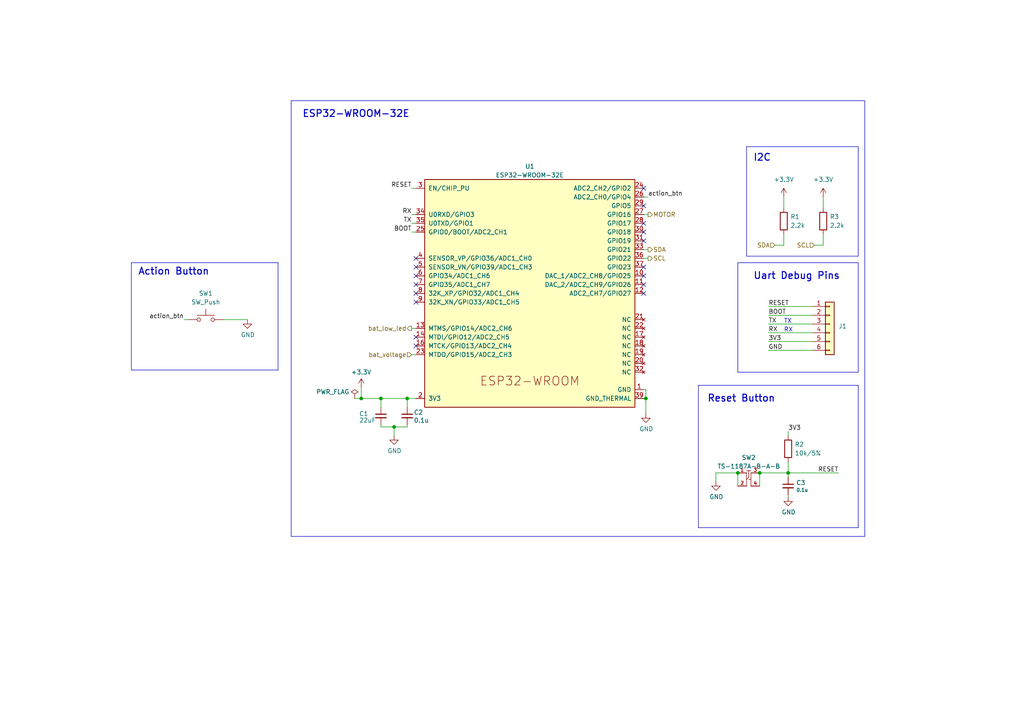
<source format=kicad_sch>
(kicad_sch (version 20230121) (generator eeschema)

  (uuid 1fa47478-381c-4a0f-acbe-a5a1ceab88b1)

  (paper "A4")

  (lib_symbols
    (symbol "0000:TS-1187A-B-A-B" (pin_names (offset 1.016)) (in_bom yes) (on_board yes)
      (property "Reference" "SW" (at -1.27 3.81 0)
        (effects (font (size 1.27 1.27)) (justify left bottom))
      )
      (property "Value" "TS-1187A-B-A-B" (at -9.525 -5.08 0)
        (effects (font (size 1.27 1.27)) (justify left top))
      )
      (property "Footprint" "0000:TS-1187A-B-A-B" (at 0.635 -8.89 0)
        (effects (font (size 1.27 1.27)) (justify bottom) hide)
      )
      (property "Datasheet" "" (at 0 1.27 0)
        (effects (font (size 1.27 1.27)) hide)
      )
      (symbol "TS-1187A-B-A-B_0_0"
        (pin passive line (at -3.175 1.27 0) (length 2.54)
          (name "" (effects (font (size 1.016 1.016))))
          (number "1" (effects (font (size 1.016 1.016))))
        )
        (pin passive line (at -3.175 -2.54 0) (length 2.54)
          (name "" (effects (font (size 1.016 1.016))))
          (number "2" (effects (font (size 1.016 1.016))))
        )
        (pin passive line (at 3.175 1.27 180) (length 2.54)
          (name "" (effects (font (size 1.016 1.016))))
          (number "3" (effects (font (size 1.016 1.016))))
        )
        (pin passive line (at 3.175 -2.54 180) (length 2.54)
          (name "" (effects (font (size 1.016 1.016))))
          (number "4" (effects (font (size 1.016 1.016))))
        )
      )
      (symbol "TS-1187A-B-A-B_0_1"
        (polyline
          (pts
            (xy -0.635 1.27)
            (xy -0.635 -2.54)
          )
          (stroke (width 0) (type default))
          (fill (type none))
        )
        (polyline
          (pts
            (xy -0.635 1.905)
            (xy 0.635 1.905)
          )
          (stroke (width 0) (type default))
          (fill (type none))
        )
        (polyline
          (pts
            (xy 0 0)
            (xy -0.635 -0.635)
          )
          (stroke (width 0) (type default))
          (fill (type none))
        )
        (polyline
          (pts
            (xy 0 0.635)
            (xy 0 0)
          )
          (stroke (width 0) (type default))
          (fill (type none))
        )
        (polyline
          (pts
            (xy 0 0.635)
            (xy 0 1.905)
          )
          (stroke (width 0) (type default))
          (fill (type none))
        )
        (polyline
          (pts
            (xy 0.635 -2.54)
            (xy 0.635 1.27)
          )
          (stroke (width 0) (type default))
          (fill (type none))
        )
        (polyline
          (pts
            (xy 0.635 -0.635)
            (xy 0 -0.635)
          )
          (stroke (width 0) (type default))
          (fill (type none))
        )
      )
    )
    (symbol "Connector_Generic:Conn_01x06" (pin_names (offset 1.016) hide) (in_bom yes) (on_board yes)
      (property "Reference" "J" (at 0 7.62 0)
        (effects (font (size 1.27 1.27)))
      )
      (property "Value" "Conn_01x06" (at 0 -10.16 0)
        (effects (font (size 1.27 1.27)))
      )
      (property "Footprint" "" (at 0 0 0)
        (effects (font (size 1.27 1.27)) hide)
      )
      (property "Datasheet" "~" (at 0 0 0)
        (effects (font (size 1.27 1.27)) hide)
      )
      (property "ki_keywords" "connector" (at 0 0 0)
        (effects (font (size 1.27 1.27)) hide)
      )
      (property "ki_description" "Generic connector, single row, 01x06, script generated (kicad-library-utils/schlib/autogen/connector/)" (at 0 0 0)
        (effects (font (size 1.27 1.27)) hide)
      )
      (property "ki_fp_filters" "Connector*:*_1x??_*" (at 0 0 0)
        (effects (font (size 1.27 1.27)) hide)
      )
      (symbol "Conn_01x06_1_1"
        (rectangle (start -1.27 -7.493) (end 0 -7.747)
          (stroke (width 0.1524) (type default))
          (fill (type none))
        )
        (rectangle (start -1.27 -4.953) (end 0 -5.207)
          (stroke (width 0.1524) (type default))
          (fill (type none))
        )
        (rectangle (start -1.27 -2.413) (end 0 -2.667)
          (stroke (width 0.1524) (type default))
          (fill (type none))
        )
        (rectangle (start -1.27 0.127) (end 0 -0.127)
          (stroke (width 0.1524) (type default))
          (fill (type none))
        )
        (rectangle (start -1.27 2.667) (end 0 2.413)
          (stroke (width 0.1524) (type default))
          (fill (type none))
        )
        (rectangle (start -1.27 5.207) (end 0 4.953)
          (stroke (width 0.1524) (type default))
          (fill (type none))
        )
        (rectangle (start -1.27 6.35) (end 1.27 -8.89)
          (stroke (width 0.254) (type default))
          (fill (type background))
        )
        (pin passive line (at -5.08 5.08 0) (length 3.81)
          (name "Pin_1" (effects (font (size 1.27 1.27))))
          (number "1" (effects (font (size 1.27 1.27))))
        )
        (pin passive line (at -5.08 2.54 0) (length 3.81)
          (name "Pin_2" (effects (font (size 1.27 1.27))))
          (number "2" (effects (font (size 1.27 1.27))))
        )
        (pin passive line (at -5.08 0 0) (length 3.81)
          (name "Pin_3" (effects (font (size 1.27 1.27))))
          (number "3" (effects (font (size 1.27 1.27))))
        )
        (pin passive line (at -5.08 -2.54 0) (length 3.81)
          (name "Pin_4" (effects (font (size 1.27 1.27))))
          (number "4" (effects (font (size 1.27 1.27))))
        )
        (pin passive line (at -5.08 -5.08 0) (length 3.81)
          (name "Pin_5" (effects (font (size 1.27 1.27))))
          (number "5" (effects (font (size 1.27 1.27))))
        )
        (pin passive line (at -5.08 -7.62 0) (length 3.81)
          (name "Pin_6" (effects (font (size 1.27 1.27))))
          (number "6" (effects (font (size 1.27 1.27))))
        )
      )
    )
    (symbol "Device:C_Small" (pin_numbers hide) (pin_names (offset 0.254) hide) (in_bom yes) (on_board yes)
      (property "Reference" "C" (at 0.254 1.778 0)
        (effects (font (size 1.27 1.27)) (justify left))
      )
      (property "Value" "C_Small" (at 0.254 -2.032 0)
        (effects (font (size 1.27 1.27)) (justify left))
      )
      (property "Footprint" "" (at 0 0 0)
        (effects (font (size 1.27 1.27)) hide)
      )
      (property "Datasheet" "~" (at 0 0 0)
        (effects (font (size 1.27 1.27)) hide)
      )
      (property "ki_keywords" "capacitor cap" (at 0 0 0)
        (effects (font (size 1.27 1.27)) hide)
      )
      (property "ki_description" "Unpolarized capacitor, small symbol" (at 0 0 0)
        (effects (font (size 1.27 1.27)) hide)
      )
      (property "ki_fp_filters" "C_*" (at 0 0 0)
        (effects (font (size 1.27 1.27)) hide)
      )
      (symbol "C_Small_0_1"
        (polyline
          (pts
            (xy -1.524 -0.508)
            (xy 1.524 -0.508)
          )
          (stroke (width 0.3302) (type default))
          (fill (type none))
        )
        (polyline
          (pts
            (xy -1.524 0.508)
            (xy 1.524 0.508)
          )
          (stroke (width 0.3048) (type default))
          (fill (type none))
        )
      )
      (symbol "C_Small_1_1"
        (pin passive line (at 0 2.54 270) (length 2.032)
          (name "~" (effects (font (size 1.27 1.27))))
          (number "1" (effects (font (size 1.27 1.27))))
        )
        (pin passive line (at 0 -2.54 90) (length 2.032)
          (name "~" (effects (font (size 1.27 1.27))))
          (number "2" (effects (font (size 1.27 1.27))))
        )
      )
    )
    (symbol "Device:R" (pin_numbers hide) (pin_names (offset 0)) (in_bom yes) (on_board yes)
      (property "Reference" "R" (at 2.032 0 90)
        (effects (font (size 1.27 1.27)))
      )
      (property "Value" "R" (at 0 0 90)
        (effects (font (size 1.27 1.27)))
      )
      (property "Footprint" "" (at -1.778 0 90)
        (effects (font (size 1.27 1.27)) hide)
      )
      (property "Datasheet" "~" (at 0 0 0)
        (effects (font (size 1.27 1.27)) hide)
      )
      (property "ki_keywords" "R res resistor" (at 0 0 0)
        (effects (font (size 1.27 1.27)) hide)
      )
      (property "ki_description" "Resistor" (at 0 0 0)
        (effects (font (size 1.27 1.27)) hide)
      )
      (property "ki_fp_filters" "R_*" (at 0 0 0)
        (effects (font (size 1.27 1.27)) hide)
      )
      (symbol "R_0_1"
        (rectangle (start -1.016 -2.54) (end 1.016 2.54)
          (stroke (width 0.254) (type default))
          (fill (type none))
        )
      )
      (symbol "R_1_1"
        (pin passive line (at 0 3.81 270) (length 1.27)
          (name "~" (effects (font (size 1.27 1.27))))
          (number "1" (effects (font (size 1.27 1.27))))
        )
        (pin passive line (at 0 -3.81 90) (length 1.27)
          (name "~" (effects (font (size 1.27 1.27))))
          (number "2" (effects (font (size 1.27 1.27))))
        )
      )
    )
    (symbol "Espressif:ESP32-WROOM-E" (pin_names (offset 1.016)) (in_bom yes) (on_board yes)
      (property "Reference" "U" (at -30.48 38.1 0)
        (effects (font (size 1.27 1.27)) (justify left))
      )
      (property "Value" "ESP32-WROOM-E" (at -30.48 35.56 0)
        (effects (font (size 1.27 1.27)) (justify left))
      )
      (property "Footprint" "Espressif:ESP32-WROOM-32E" (at 0 -38.1 0)
        (effects (font (size 1.27 1.27)) hide)
      )
      (property "Datasheet" "https://www.espressif.com/sites/default/files/documentation/esp32-wroom-32e_esp32-wroom-32ue_datasheet_en.pdf" (at 0 -35.56 0)
        (effects (font (size 1.27 1.27)) hide)
      )
      (property "ki_keywords" "ESP32" (at 0 0 0)
        (effects (font (size 1.27 1.27)) hide)
      )
      (property "ki_description" "ESP32-WROOM-32E integrates ESP32-D0WD-V3, with higher stability and safety performance." (at 0 0 0)
        (effects (font (size 1.27 1.27)) hide)
      )
      (symbol "ESP32-WROOM-E_0_1"
        (rectangle (start -30.48 33.02) (end 30.48 -33.02)
          (stroke (width 0.254) (type default))
          (fill (type background))
        )
      )
      (symbol "ESP32-WROOM-E_1_1"
        (text "ESP32-­WROOM­" (at 0 -25.4 0)
          (effects (font (size 2.54 2.54)))
        )
        (pin power_in line (at 33.02 -27.94 180) (length 2.54)
          (name "GND" (effects (font (size 1.27 1.27))))
          (number "1" (effects (font (size 1.27 1.27))))
        )
        (pin bidirectional line (at 33.02 5.08 180) (length 2.54)
          (name "DAC_1/ADC2_CH8/GPIO25" (effects (font (size 1.27 1.27))))
          (number "10" (effects (font (size 1.27 1.27))))
        )
        (pin bidirectional line (at 33.02 2.54 180) (length 2.54)
          (name "DAC_2/ADC2_CH9/GPIO26" (effects (font (size 1.27 1.27))))
          (number "11" (effects (font (size 1.27 1.27))))
        )
        (pin bidirectional line (at 33.02 0 180) (length 2.54)
          (name "ADC2_CH7/GPIO27" (effects (font (size 1.27 1.27))))
          (number "12" (effects (font (size 1.27 1.27))))
        )
        (pin bidirectional line (at -33.02 -10.16 0) (length 2.54)
          (name "MTMS/GPIO14/ADC2_CH6" (effects (font (size 1.27 1.27))))
          (number "13" (effects (font (size 1.27 1.27))))
        )
        (pin bidirectional line (at -33.02 -12.7 0) (length 2.54)
          (name "MTDI/GPIO12/ADC2_CH5" (effects (font (size 1.27 1.27))))
          (number "14" (effects (font (size 1.27 1.27))))
        )
        (pin passive line (at 33.02 -27.94 180) (length 2.54) hide
          (name "GND" (effects (font (size 1.27 1.27))))
          (number "15" (effects (font (size 1.27 1.27))))
        )
        (pin bidirectional line (at -33.02 -15.24 0) (length 2.54)
          (name "MTCK/GPIO13/ADC2_CH4" (effects (font (size 1.27 1.27))))
          (number "16" (effects (font (size 1.27 1.27))))
        )
        (pin no_connect line (at 33.02 -12.7 180) (length 2.54)
          (name "NC" (effects (font (size 1.27 1.27))))
          (number "17" (effects (font (size 1.27 1.27))))
        )
        (pin no_connect line (at 33.02 -15.24 180) (length 2.54)
          (name "NC" (effects (font (size 1.27 1.27))))
          (number "18" (effects (font (size 1.27 1.27))))
        )
        (pin no_connect line (at 33.02 -17.78 180) (length 2.54)
          (name "NC" (effects (font (size 1.27 1.27))))
          (number "19" (effects (font (size 1.27 1.27))))
        )
        (pin power_in line (at -33.02 -30.48 0) (length 2.54)
          (name "3V3" (effects (font (size 1.27 1.27))))
          (number "2" (effects (font (size 1.27 1.27))))
        )
        (pin no_connect line (at 33.02 -20.32 180) (length 2.54)
          (name "NC" (effects (font (size 1.27 1.27))))
          (number "20" (effects (font (size 1.27 1.27))))
        )
        (pin no_connect line (at 33.02 -7.62 180) (length 2.54)
          (name "NC" (effects (font (size 1.27 1.27))))
          (number "21" (effects (font (size 1.27 1.27))))
        )
        (pin no_connect line (at 33.02 -10.16 180) (length 2.54)
          (name "NC" (effects (font (size 1.27 1.27))))
          (number "22" (effects (font (size 1.27 1.27))))
        )
        (pin bidirectional line (at -33.02 -17.78 0) (length 2.54)
          (name "MTDO/GPIO15/ADC2_CH3" (effects (font (size 1.27 1.27))))
          (number "23" (effects (font (size 1.27 1.27))))
        )
        (pin bidirectional line (at 33.02 30.48 180) (length 2.54)
          (name "ADC2_CH2/GPIO2" (effects (font (size 1.27 1.27))))
          (number "24" (effects (font (size 1.27 1.27))))
        )
        (pin bidirectional line (at -33.02 17.78 0) (length 2.54)
          (name "GPIO0/BOOT/ADC2_CH1" (effects (font (size 1.27 1.27))))
          (number "25" (effects (font (size 1.27 1.27))))
        )
        (pin bidirectional line (at 33.02 27.94 180) (length 2.54)
          (name "ADC2_CH0/GPIO4" (effects (font (size 1.27 1.27))))
          (number "26" (effects (font (size 1.27 1.27))))
        )
        (pin bidirectional line (at 33.02 22.86 180) (length 2.54)
          (name "GPIO16" (effects (font (size 1.27 1.27))))
          (number "27" (effects (font (size 1.27 1.27))))
        )
        (pin bidirectional line (at 33.02 20.32 180) (length 2.54)
          (name "GPIO17" (effects (font (size 1.27 1.27))))
          (number "28" (effects (font (size 1.27 1.27))))
        )
        (pin bidirectional line (at 33.02 25.4 180) (length 2.54)
          (name "GPIO5" (effects (font (size 1.27 1.27))))
          (number "29" (effects (font (size 1.27 1.27))))
        )
        (pin input line (at -33.02 30.48 0) (length 2.54)
          (name "EN/CHIP_PU" (effects (font (size 1.27 1.27))))
          (number "3" (effects (font (size 1.27 1.27))))
        )
        (pin bidirectional line (at 33.02 17.78 180) (length 2.54)
          (name "GPIO18" (effects (font (size 1.27 1.27))))
          (number "30" (effects (font (size 1.27 1.27))))
        )
        (pin bidirectional line (at 33.02 15.24 180) (length 2.54)
          (name "GPIO19" (effects (font (size 1.27 1.27))))
          (number "31" (effects (font (size 1.27 1.27))))
        )
        (pin no_connect line (at 33.02 -22.86 180) (length 2.54)
          (name "NC" (effects (font (size 1.27 1.27))))
          (number "32" (effects (font (size 1.27 1.27))))
        )
        (pin bidirectional line (at 33.02 12.7 180) (length 2.54)
          (name "GPIO21" (effects (font (size 1.27 1.27))))
          (number "33" (effects (font (size 1.27 1.27))))
        )
        (pin bidirectional line (at -33.02 22.86 0) (length 2.54)
          (name "U0RXD/GPIO3" (effects (font (size 1.27 1.27))))
          (number "34" (effects (font (size 1.27 1.27))))
        )
        (pin bidirectional line (at -33.02 20.32 0) (length 2.54)
          (name "U0TXD/GPIO1" (effects (font (size 1.27 1.27))))
          (number "35" (effects (font (size 1.27 1.27))))
        )
        (pin bidirectional line (at 33.02 10.16 180) (length 2.54)
          (name "GPIO22" (effects (font (size 1.27 1.27))))
          (number "36" (effects (font (size 1.27 1.27))))
        )
        (pin bidirectional line (at 33.02 7.62 180) (length 2.54)
          (name "GPIO23" (effects (font (size 1.27 1.27))))
          (number "37" (effects (font (size 1.27 1.27))))
        )
        (pin passive line (at 33.02 -27.94 180) (length 2.54) hide
          (name "GND" (effects (font (size 1.27 1.27))))
          (number "38" (effects (font (size 1.27 1.27))))
        )
        (pin power_in line (at 33.02 -30.48 180) (length 2.54)
          (name "GND_THERMAL" (effects (font (size 1.27 1.27))))
          (number "39" (effects (font (size 1.27 1.27))))
        )
        (pin input line (at -33.02 10.16 0) (length 2.54)
          (name "SENSOR_VP/GPIO36/ADC1_CH0" (effects (font (size 1.27 1.27))))
          (number "4" (effects (font (size 1.27 1.27))))
        )
        (pin input line (at -33.02 7.62 0) (length 2.54)
          (name "SENSOR_VN/GPIO39/ADC1_CH3" (effects (font (size 1.27 1.27))))
          (number "5" (effects (font (size 1.27 1.27))))
        )
        (pin input line (at -33.02 5.08 0) (length 2.54)
          (name "GPIO34/ADC1_CH6" (effects (font (size 1.27 1.27))))
          (number "6" (effects (font (size 1.27 1.27))))
        )
        (pin input line (at -33.02 2.54 0) (length 2.54)
          (name "GPIO35/ADC1_CH7" (effects (font (size 1.27 1.27))))
          (number "7" (effects (font (size 1.27 1.27))))
        )
        (pin bidirectional line (at -33.02 0 0) (length 2.54)
          (name "32K_XP/GPIO32/ADC1_CH4" (effects (font (size 1.27 1.27))))
          (number "8" (effects (font (size 1.27 1.27))))
        )
        (pin bidirectional line (at -33.02 -2.54 0) (length 2.54)
          (name "32K_XN/GPIO33/ADC1_CH5" (effects (font (size 1.27 1.27))))
          (number "9" (effects (font (size 1.27 1.27))))
        )
      )
    )
    (symbol "Switch:SW_Push" (pin_numbers hide) (pin_names (offset 1.016) hide) (in_bom yes) (on_board yes)
      (property "Reference" "SW" (at 1.27 2.54 0)
        (effects (font (size 1.27 1.27)) (justify left))
      )
      (property "Value" "SW_Push" (at 0 -1.524 0)
        (effects (font (size 1.27 1.27)))
      )
      (property "Footprint" "" (at 0 5.08 0)
        (effects (font (size 1.27 1.27)) hide)
      )
      (property "Datasheet" "~" (at 0 5.08 0)
        (effects (font (size 1.27 1.27)) hide)
      )
      (property "ki_keywords" "switch normally-open pushbutton push-button" (at 0 0 0)
        (effects (font (size 1.27 1.27)) hide)
      )
      (property "ki_description" "Push button switch, generic, two pins" (at 0 0 0)
        (effects (font (size 1.27 1.27)) hide)
      )
      (symbol "SW_Push_0_1"
        (circle (center -2.032 0) (radius 0.508)
          (stroke (width 0) (type default))
          (fill (type none))
        )
        (polyline
          (pts
            (xy 0 1.27)
            (xy 0 3.048)
          )
          (stroke (width 0) (type default))
          (fill (type none))
        )
        (polyline
          (pts
            (xy 2.54 1.27)
            (xy -2.54 1.27)
          )
          (stroke (width 0) (type default))
          (fill (type none))
        )
        (circle (center 2.032 0) (radius 0.508)
          (stroke (width 0) (type default))
          (fill (type none))
        )
        (pin passive line (at -5.08 0 0) (length 2.54)
          (name "1" (effects (font (size 1.27 1.27))))
          (number "1" (effects (font (size 1.27 1.27))))
        )
        (pin passive line (at 5.08 0 180) (length 2.54)
          (name "2" (effects (font (size 1.27 1.27))))
          (number "2" (effects (font (size 1.27 1.27))))
        )
      )
    )
    (symbol "power:+3.3V" (power) (pin_names (offset 0)) (in_bom yes) (on_board yes)
      (property "Reference" "#PWR" (at 0 -3.81 0)
        (effects (font (size 1.27 1.27)) hide)
      )
      (property "Value" "+3.3V" (at 0 3.556 0)
        (effects (font (size 1.27 1.27)))
      )
      (property "Footprint" "" (at 0 0 0)
        (effects (font (size 1.27 1.27)) hide)
      )
      (property "Datasheet" "" (at 0 0 0)
        (effects (font (size 1.27 1.27)) hide)
      )
      (property "ki_keywords" "global power" (at 0 0 0)
        (effects (font (size 1.27 1.27)) hide)
      )
      (property "ki_description" "Power symbol creates a global label with name \"+3.3V\"" (at 0 0 0)
        (effects (font (size 1.27 1.27)) hide)
      )
      (symbol "+3.3V_0_1"
        (polyline
          (pts
            (xy -0.762 1.27)
            (xy 0 2.54)
          )
          (stroke (width 0) (type default))
          (fill (type none))
        )
        (polyline
          (pts
            (xy 0 0)
            (xy 0 2.54)
          )
          (stroke (width 0) (type default))
          (fill (type none))
        )
        (polyline
          (pts
            (xy 0 2.54)
            (xy 0.762 1.27)
          )
          (stroke (width 0) (type default))
          (fill (type none))
        )
      )
      (symbol "+3.3V_1_1"
        (pin power_in line (at 0 0 90) (length 0) hide
          (name "+3.3V" (effects (font (size 1.27 1.27))))
          (number "1" (effects (font (size 1.27 1.27))))
        )
      )
    )
    (symbol "power:GND" (power) (pin_names (offset 0)) (in_bom yes) (on_board yes)
      (property "Reference" "#PWR" (at 0 -6.35 0)
        (effects (font (size 1.27 1.27)) hide)
      )
      (property "Value" "GND" (at 0 -3.81 0)
        (effects (font (size 1.27 1.27)))
      )
      (property "Footprint" "" (at 0 0 0)
        (effects (font (size 1.27 1.27)) hide)
      )
      (property "Datasheet" "" (at 0 0 0)
        (effects (font (size 1.27 1.27)) hide)
      )
      (property "ki_keywords" "global power" (at 0 0 0)
        (effects (font (size 1.27 1.27)) hide)
      )
      (property "ki_description" "Power symbol creates a global label with name \"GND\" , ground" (at 0 0 0)
        (effects (font (size 1.27 1.27)) hide)
      )
      (symbol "GND_0_1"
        (polyline
          (pts
            (xy 0 0)
            (xy 0 -1.27)
            (xy 1.27 -1.27)
            (xy 0 -2.54)
            (xy -1.27 -1.27)
            (xy 0 -1.27)
          )
          (stroke (width 0) (type default))
          (fill (type none))
        )
      )
      (symbol "GND_1_1"
        (pin power_in line (at 0 0 270) (length 0) hide
          (name "GND" (effects (font (size 1.27 1.27))))
          (number "1" (effects (font (size 1.27 1.27))))
        )
      )
    )
    (symbol "power:PWR_FLAG" (power) (pin_numbers hide) (pin_names (offset 0) hide) (in_bom yes) (on_board yes)
      (property "Reference" "#FLG" (at 0 1.905 0)
        (effects (font (size 1.27 1.27)) hide)
      )
      (property "Value" "PWR_FLAG" (at 0 3.81 0)
        (effects (font (size 1.27 1.27)))
      )
      (property "Footprint" "" (at 0 0 0)
        (effects (font (size 1.27 1.27)) hide)
      )
      (property "Datasheet" "~" (at 0 0 0)
        (effects (font (size 1.27 1.27)) hide)
      )
      (property "ki_keywords" "flag power" (at 0 0 0)
        (effects (font (size 1.27 1.27)) hide)
      )
      (property "ki_description" "Special symbol for telling ERC where power comes from" (at 0 0 0)
        (effects (font (size 1.27 1.27)) hide)
      )
      (symbol "PWR_FLAG_0_0"
        (pin power_out line (at 0 0 90) (length 0)
          (name "pwr" (effects (font (size 1.27 1.27))))
          (number "1" (effects (font (size 1.27 1.27))))
        )
      )
      (symbol "PWR_FLAG_0_1"
        (polyline
          (pts
            (xy 0 0)
            (xy 0 1.27)
            (xy -1.016 1.905)
            (xy 0 2.54)
            (xy 1.016 1.905)
            (xy 0 1.27)
          )
          (stroke (width 0) (type default))
          (fill (type none))
        )
      )
    )
  )

  (junction (at 118.11 115.57) (diameter 0) (color 0 0 0 0)
    (uuid 1aba2520-1ab0-41b0-ba46-c6cb85f70d34)
  )
  (junction (at 213.995 137.16) (diameter 0) (color 0 0 0 0)
    (uuid 68dbae33-45ff-4634-9dd3-57ecedf542fa)
  )
  (junction (at 104.775 115.57) (diameter 0) (color 0 0 0 0)
    (uuid 6c2d0591-4fc7-4980-9882-c64401dcad87)
  )
  (junction (at 228.6 137.16) (diameter 0) (color 0 0 0 0)
    (uuid 892ea4bd-f83f-4334-bb33-b75986439121)
  )
  (junction (at 220.345 137.16) (diameter 0) (color 0 0 0 0)
    (uuid 97338a1f-e2b1-42ee-be12-767c1547c446)
  )
  (junction (at 110.49 115.57) (diameter 0) (color 0 0 0 0)
    (uuid 9f4e3093-ba46-49e5-9cfb-a6c77ae900fa)
  )
  (junction (at 187.325 115.57) (diameter 0) (color 0 0 0 0)
    (uuid ac489f7b-928d-47d7-8da2-43aead7cd2a6)
  )
  (junction (at 114.3 123.825) (diameter 0) (color 0 0 0 0)
    (uuid eb2279f1-ceaa-411b-9c52-7ac91d383fc7)
  )

  (no_connect (at 120.65 87.63) (uuid 009bf131-b3a0-4bbd-855c-16604136c065))
  (no_connect (at 120.65 100.33) (uuid 09cb0413-9da8-40b7-9136-866f0d3f8d69))
  (no_connect (at 186.69 80.01) (uuid 0d8e4084-9f2c-44e6-b281-3e7d9a3d1083))
  (no_connect (at 186.69 85.09) (uuid 22c04950-71e3-432e-b538-c19a15f80103))
  (no_connect (at 186.69 59.69) (uuid 28283927-ce96-4615-9f9c-c130e6757953))
  (no_connect (at 120.65 85.09) (uuid 2b5c019c-cf4f-478f-b5eb-28171a952e0e))
  (no_connect (at 120.65 74.93) (uuid 480a4355-08ec-41b3-b76f-aa29f50fd080))
  (no_connect (at 120.65 97.79) (uuid 50453ecd-cb2e-4d57-b8e0-e48a08ae9664))
  (no_connect (at 186.69 69.85) (uuid 50a7ea95-1275-4671-b090-922be667f2d9))
  (no_connect (at 186.69 77.47) (uuid 5707ea83-9ad3-49b4-92ea-f026d1fdb544))
  (no_connect (at 186.69 82.55) (uuid 6b2cec79-2f51-4bbf-918b-c0ed86224b95))
  (no_connect (at 120.65 77.47) (uuid 8f234e84-2b8a-4847-ae8d-44697c576041))
  (no_connect (at 186.69 54.61) (uuid 93fa3c7a-a36b-4f56-b63c-0b1d904d7143))
  (no_connect (at 186.69 64.77) (uuid 9eb793ab-f483-431f-a764-101515a099fb))
  (no_connect (at 120.65 82.55) (uuid d9f1143f-72a7-4979-b3f1-8b771ffa0685))
  (no_connect (at 186.69 67.31) (uuid de58119e-b71b-4f55-b06a-2f9607f98926))
  (no_connect (at 120.65 80.01) (uuid eff221b5-2546-4c1a-865a-1d8889a3d40a))

  (wire (pts (xy 220.345 137.16) (xy 220.345 140.97))
    (stroke (width 0) (type default))
    (uuid 007ef386-1f97-4c7b-8d86-b3aaecbe5b04)
  )
  (wire (pts (xy 120.65 95.25) (xy 119.38 95.25))
    (stroke (width 0) (type default))
    (uuid 018881bc-1172-4e15-8f50-d5e0b6079426)
  )
  (polyline (pts (xy 202.565 111.76) (xy 248.92 111.76))
    (stroke (width 0) (type default))
    (uuid 030253f9-e98d-47af-8054-26d9cab0ecd7)
  )

  (wire (pts (xy 110.49 115.57) (xy 110.49 118.11))
    (stroke (width 0) (type default))
    (uuid 0467bdc7-e77a-4309-a5fe-08e8a3a39399)
  )
  (wire (pts (xy 236.22 71.12) (xy 238.76 71.12))
    (stroke (width 0) (type default))
    (uuid 053325db-bb98-4dd8-b38b-6c687b06d73e)
  )
  (wire (pts (xy 102.87 115.57) (xy 104.775 115.57))
    (stroke (width 0) (type default))
    (uuid 05dfbca4-c3eb-4266-9794-233ceb02832f)
  )
  (polyline (pts (xy 250.825 29.21) (xy 250.825 155.575))
    (stroke (width 0) (type default))
    (uuid 069eb212-efc4-443d-b0a4-ef5db833a152)
  )

  (wire (pts (xy 114.3 123.825) (xy 118.11 123.825))
    (stroke (width 0) (type default))
    (uuid 0b779f41-ad74-48ac-b51d-0bb9f33b724f)
  )
  (wire (pts (xy 224.79 71.12) (xy 227.33 71.12))
    (stroke (width 0) (type default))
    (uuid 0dda4c1b-2ee1-4266-b7eb-50b00ecce4e4)
  )
  (polyline (pts (xy 248.92 111.76) (xy 248.92 153.035))
    (stroke (width 0) (type default))
    (uuid 17a6eb34-da14-40d1-bb08-32e1f2dbd1ec)
  )

  (wire (pts (xy 187.325 113.03) (xy 187.325 115.57))
    (stroke (width 0) (type default))
    (uuid 18ab0a14-e1c2-4bc6-91c8-91c378c0d02e)
  )
  (wire (pts (xy 118.11 115.57) (xy 120.65 115.57))
    (stroke (width 0) (type default))
    (uuid 209b7fa6-d30c-4c80-b91f-25bf2a610487)
  )
  (wire (pts (xy 119.38 54.61) (xy 120.65 54.61))
    (stroke (width 0) (type default))
    (uuid 23637369-b413-4b47-84ff-9b433a6e36b2)
  )
  (wire (pts (xy 119.38 102.87) (xy 120.65 102.87))
    (stroke (width 0) (type default))
    (uuid 31b146e2-6e38-4420-ae54-2f6b3bff0d7a)
  )
  (polyline (pts (xy 213.995 107.95) (xy 213.995 76.2))
    (stroke (width 0) (type default))
    (uuid 36b82231-0020-4847-8cf7-5ad8457424e2)
  )

  (wire (pts (xy 227.33 71.12) (xy 227.33 67.945))
    (stroke (width 0) (type default))
    (uuid 3b9adbdc-851e-4502-a43f-6f9ee5cfedf9)
  )
  (polyline (pts (xy 216.535 74.295) (xy 248.92 74.295))
    (stroke (width 0) (type default))
    (uuid 3beb18f0-aa41-4938-b8de-4280b3f1e7a3)
  )
  (polyline (pts (xy 84.455 155.575) (xy 84.455 29.21))
    (stroke (width 0) (type default))
    (uuid 4082d760-f51d-45f8-866c-ed7816544f37)
  )

  (wire (pts (xy 235.585 88.9) (xy 222.885 88.9))
    (stroke (width 0) (type default))
    (uuid 444c9478-5901-491d-b843-4d5c7b4b1b1e)
  )
  (wire (pts (xy 186.69 62.23) (xy 187.96 62.23))
    (stroke (width 0) (type default))
    (uuid 44d041af-4b96-45d1-96de-f0221fa4f072)
  )
  (wire (pts (xy 238.76 71.12) (xy 238.76 67.945))
    (stroke (width 0) (type default))
    (uuid 461ff9d1-0e5f-42c0-8c16-43e50b4bf9cc)
  )
  (wire (pts (xy 235.585 96.52) (xy 222.885 96.52))
    (stroke (width 0) (type default))
    (uuid 4ad17bff-b26e-406b-9aab-5cca608b863a)
  )
  (wire (pts (xy 220.345 137.16) (xy 228.6 137.16))
    (stroke (width 0) (type default))
    (uuid 4ed27d5a-475d-43d8-9953-668c5822f490)
  )
  (wire (pts (xy 235.585 101.6) (xy 222.885 101.6))
    (stroke (width 0) (type default))
    (uuid 523876aa-9e1e-473a-8a02-8a7aa23f445b)
  )
  (wire (pts (xy 235.585 93.98) (xy 222.885 93.98))
    (stroke (width 0) (type default))
    (uuid 57ff60f0-f001-422b-b62f-78fc4d798715)
  )
  (wire (pts (xy 227.33 57.15) (xy 227.33 60.325))
    (stroke (width 0) (type default))
    (uuid 5d715256-f11c-4437-8bb8-bc0eb63a5003)
  )
  (wire (pts (xy 187.325 115.57) (xy 187.325 120.015))
    (stroke (width 0) (type default))
    (uuid 5d8962b8-df4d-40ed-b032-6eeaa890954b)
  )
  (polyline (pts (xy 202.565 153.035) (xy 202.565 111.76))
    (stroke (width 0) (type default))
    (uuid 5df20254-146d-405b-a838-9ace6d824351)
  )

  (wire (pts (xy 187.325 113.03) (xy 186.69 113.03))
    (stroke (width 0) (type default))
    (uuid 5f987f9d-a55e-4a31-8db4-00c9bad61a71)
  )
  (wire (pts (xy 213.995 137.16) (xy 213.995 140.97))
    (stroke (width 0) (type default))
    (uuid 5fb86e30-bbf1-45a7-a52e-ab129b029ced)
  )
  (polyline (pts (xy 84.455 29.21) (xy 250.825 29.21))
    (stroke (width 0) (type default))
    (uuid 606ba3df-46c4-4a98-9562-91f0bfc7b3a1)
  )

  (wire (pts (xy 119.38 62.23) (xy 120.65 62.23))
    (stroke (width 0) (type default))
    (uuid 635fe77c-2658-4075-ac60-c5af12ea0586)
  )
  (polyline (pts (xy 80.645 107.315) (xy 80.645 76.2))
    (stroke (width 0) (type default))
    (uuid 644f64a2-e09d-4ef4-9b4c-0dad573ebdaa)
  )

  (wire (pts (xy 238.76 57.15) (xy 238.76 60.325))
    (stroke (width 0) (type default))
    (uuid 72eae09d-e4fb-4bd8-a6b0-0442a3dd0069)
  )
  (wire (pts (xy 228.6 138.43) (xy 228.6 137.16))
    (stroke (width 0) (type default))
    (uuid 894de873-c3ae-4f1b-b330-8d002125c00f)
  )
  (wire (pts (xy 119.38 67.31) (xy 120.65 67.31))
    (stroke (width 0) (type default))
    (uuid 8c2ec80d-8392-482b-8baf-4913c8d932c1)
  )
  (wire (pts (xy 104.775 115.57) (xy 110.49 115.57))
    (stroke (width 0) (type default))
    (uuid 8c4f82c6-abbe-463b-b29f-f0d927b10cc3)
  )
  (wire (pts (xy 228.6 137.16) (xy 243.205 137.16))
    (stroke (width 0) (type default))
    (uuid 8e1c657c-e5cc-4fc6-89a1-b0a907397f9f)
  )
  (polyline (pts (xy 248.92 153.035) (xy 202.565 153.035))
    (stroke (width 0) (type default))
    (uuid 9473855d-458a-4866-ac92-7feecda69853)
  )

  (wire (pts (xy 119.38 64.77) (xy 120.65 64.77))
    (stroke (width 0) (type default))
    (uuid 95162c5b-7690-4378-b03a-6b49968bcfb8)
  )
  (wire (pts (xy 118.11 118.11) (xy 118.11 115.57))
    (stroke (width 0) (type default))
    (uuid 965376ae-88f1-43f3-97fe-5837f6b96369)
  )
  (wire (pts (xy 187.96 57.15) (xy 186.69 57.15))
    (stroke (width 0) (type default))
    (uuid 9fa90df6-73b6-46ee-8fa0-b36c627a808f)
  )
  (wire (pts (xy 187.325 115.57) (xy 186.69 115.57))
    (stroke (width 0) (type default))
    (uuid a30ab47a-dfce-4d2f-b052-0e9da07bcf2b)
  )
  (wire (pts (xy 235.585 91.44) (xy 222.885 91.44))
    (stroke (width 0) (type default))
    (uuid a5c25219-dd2a-4ffd-91cc-a0c04dab2054)
  )
  (wire (pts (xy 228.6 144.145) (xy 228.6 143.51))
    (stroke (width 0) (type default))
    (uuid a84dc192-aa09-44ac-a6c1-bc92b5476c5d)
  )
  (polyline (pts (xy 248.92 74.295) (xy 248.92 42.545))
    (stroke (width 0) (type default))
    (uuid b017ea3b-bcc2-4bc8-b1df-30fb9746f3f3)
  )

  (wire (pts (xy 228.6 125.095) (xy 228.6 126.365))
    (stroke (width 0) (type default))
    (uuid b7330642-9de8-4615-bc26-91fd1484864b)
  )
  (wire (pts (xy 207.645 137.16) (xy 213.995 137.16))
    (stroke (width 0) (type default))
    (uuid bde7122d-ac0a-4399-934b-0ab24821bf32)
  )
  (polyline (pts (xy 248.92 107.95) (xy 213.995 107.95))
    (stroke (width 0) (type default))
    (uuid be9c53a3-7d26-446a-96fc-fdb4ede6ac93)
  )
  (polyline (pts (xy 250.825 155.575) (xy 84.455 155.575))
    (stroke (width 0) (type default))
    (uuid c8486ad5-1aa2-44c1-9144-facdf7270f84)
  )

  (wire (pts (xy 235.585 99.06) (xy 222.885 99.06))
    (stroke (width 0) (type default))
    (uuid cf41b434-7144-4b1a-81e2-32eafe3b4c46)
  )
  (wire (pts (xy 228.6 133.985) (xy 228.6 137.16))
    (stroke (width 0) (type default))
    (uuid d35238e0-b2db-4f0a-b9bc-1d52d79a3008)
  )
  (wire (pts (xy 207.645 137.16) (xy 207.645 139.7))
    (stroke (width 0) (type default))
    (uuid dcd8f8bf-c989-4086-ab4d-ef398ba52444)
  )
  (wire (pts (xy 64.77 92.71) (xy 71.755 92.71))
    (stroke (width 0) (type default))
    (uuid dcec6669-b3f6-4e10-bca6-abf5e6f70f51)
  )
  (wire (pts (xy 110.49 115.57) (xy 118.11 115.57))
    (stroke (width 0) (type default))
    (uuid ddf46635-1a80-48fc-86db-6e5fd3e4e59d)
  )
  (wire (pts (xy 118.11 123.825) (xy 118.11 123.19))
    (stroke (width 0) (type default))
    (uuid de4ff4b6-4e80-4373-aef5-b70555ee00a3)
  )
  (wire (pts (xy 187.96 74.93) (xy 186.69 74.93))
    (stroke (width 0) (type default))
    (uuid dfa00762-2c1f-4e08-ab49-394e58f86d56)
  )
  (polyline (pts (xy 216.535 42.545) (xy 216.535 74.295))
    (stroke (width 0) (type default))
    (uuid e31abb87-5344-4565-9958-75a5ceb77df8)
  )

  (wire (pts (xy 114.3 126.365) (xy 114.3 123.825))
    (stroke (width 0) (type default))
    (uuid e33edc9d-958b-4b25-976a-bd99207d3e8b)
  )
  (polyline (pts (xy 248.92 42.545) (xy 216.535 42.545))
    (stroke (width 0) (type default))
    (uuid eb1efc75-e3a1-4e1f-a192-7bca0c763dc5)
  )

  (wire (pts (xy 110.49 123.19) (xy 110.49 123.825))
    (stroke (width 0) (type default))
    (uuid eb4eb71c-ad3d-4801-b94c-c55daf5443f0)
  )
  (wire (pts (xy 187.96 72.39) (xy 186.69 72.39))
    (stroke (width 0) (type default))
    (uuid ec60471a-2a20-4a3f-9c3d-3f5f56f4d28c)
  )
  (polyline (pts (xy 38.1 107.315) (xy 80.645 107.315))
    (stroke (width 0) (type default))
    (uuid ec7e29da-5544-466d-9a59-5d84fe240491)
  )

  (wire (pts (xy 110.49 123.825) (xy 114.3 123.825))
    (stroke (width 0) (type default))
    (uuid ee15a253-e2f7-448e-9e74-4e2f0bd28d66)
  )
  (wire (pts (xy 104.775 112.395) (xy 104.775 115.57))
    (stroke (width 0) (type default))
    (uuid f0d48153-d4e8-4221-ac56-e9c7679264d1)
  )
  (polyline (pts (xy 213.995 76.2) (xy 248.92 76.2))
    (stroke (width 0) (type default))
    (uuid f688fd90-4194-488e-870f-d47d741f8290)
  )
  (polyline (pts (xy 38.1 76.2) (xy 38.1 107.315))
    (stroke (width 0) (type default))
    (uuid f75d1310-9b5f-45e4-a2f8-e80f66ffebd2)
  )
  (polyline (pts (xy 248.92 76.2) (xy 248.92 107.95))
    (stroke (width 0) (type default))
    (uuid fb2ddcaf-570a-4464-a5e7-7fa54c44b89f)
  )

  (wire (pts (xy 53.34 92.71) (xy 54.61 92.71))
    (stroke (width 0) (type default))
    (uuid fdd2a31b-86c5-4b99-bc0a-f7466f43d626)
  )
  (polyline (pts (xy 38.1 76.2) (xy 80.645 76.2))
    (stroke (width 0) (type default))
    (uuid fecbd9b9-6be0-4ce2-95d1-7e9a92b4ee11)
  )

  (text "Reset Button\n" (at 205.105 116.84 0)
    (effects (font (size 2 2) (thickness 0.3) bold) (justify left bottom))
    (uuid 33ef2711-5bde-455b-b97c-c9bb5787f90e)
  )
  (text "Uart Debug Pins\n" (at 218.44 81.28 0)
    (effects (font (size 2 2) (thickness 0.3) bold) (justify left bottom))
    (uuid 5584da75-6aa7-4069-acc9-c5165286c7d0)
  )
  (text "Action Button" (at 40.005 80.01 0)
    (effects (font (size 2 2) (thickness 0.3) bold) (justify left bottom))
    (uuid 5aca7613-2f6e-4a49-bf87-ccb2e947db44)
  )
  (text "RX" (at 227.33 96.52 0)
    (effects (font (size 1.27 1.27)) (justify left bottom))
    (uuid 8c68942c-faee-43e2-8d01-78c6f797f59c)
  )
  (text "ESP32-WROOM-32E" (at 87.63 34.29 0)
    (effects (font (size 2 2) (thickness 0.3) bold) (justify left bottom))
    (uuid 99941b0e-ac77-4326-8bda-afafd2aec8c2)
  )
  (text "I2C" (at 218.44 46.99 0)
    (effects (font (size 2 2) (thickness 0.3) bold) (justify left bottom))
    (uuid f118f72b-366e-4f3f-8da4-05386fc08309)
  )
  (text "TX" (at 227.33 93.98 0)
    (effects (font (size 1.27 1.27)) (justify left bottom))
    (uuid f330e943-c08d-457f-baef-9d69a377e5cf)
  )

  (label "RESET" (at 119.38 54.61 180) (fields_autoplaced)
    (effects (font (size 1.27 1.27)) (justify right bottom))
    (uuid 166e6f66-e110-48ab-a660-6c378eea27c4)
  )
  (label "TX" (at 222.885 93.98 0) (fields_autoplaced)
    (effects (font (size 1.27 1.27)) (justify left bottom))
    (uuid 1b7c4580-d3ae-41f0-bc70-6de8cc41f5a7)
  )
  (label "BOOT" (at 222.885 91.44 0) (fields_autoplaced)
    (effects (font (size 1.27 1.27)) (justify left bottom))
    (uuid 1c46ec32-03aa-41ef-af2a-335d4749ac08)
  )
  (label "3V3" (at 228.6 125.095 0) (fields_autoplaced)
    (effects (font (size 1.27 1.27)) (justify left bottom))
    (uuid 1c716e8b-4450-4376-9783-97eb4309c37f)
  )
  (label "GND" (at 222.885 101.6 0) (fields_autoplaced)
    (effects (font (size 1.27 1.27)) (justify left bottom))
    (uuid 4b0f61c4-e5dc-4e0d-be8d-081f75801632)
  )
  (label "3V3" (at 222.885 99.06 0) (fields_autoplaced)
    (effects (font (size 1.27 1.27)) (justify left bottom))
    (uuid 4c255970-c9cd-4c35-b583-f761781b74ca)
  )
  (label "TX" (at 119.38 64.77 180) (fields_autoplaced)
    (effects (font (size 1.27 1.27)) (justify right bottom))
    (uuid 89e98749-66fd-49bd-80e3-57e398142681)
  )
  (label "BOOT" (at 119.38 67.31 180) (fields_autoplaced)
    (effects (font (size 1.27 1.27)) (justify right bottom))
    (uuid 9192c53b-ae07-4f58-9316-a29dd6776a4c)
  )
  (label "RESET" (at 222.885 88.9 0) (fields_autoplaced)
    (effects (font (size 1.27 1.27)) (justify left bottom))
    (uuid a5fee3ec-52d5-4476-bf7f-26654fe2f20e)
  )
  (label "action_btn" (at 187.96 57.15 0) (fields_autoplaced)
    (effects (font (size 1.27 1.27)) (justify left bottom))
    (uuid b0d2fe4a-9938-462d-80ce-95d284ec4898)
  )
  (label "action_btn" (at 53.34 92.71 180) (fields_autoplaced)
    (effects (font (size 1.27 1.27)) (justify right bottom))
    (uuid dbc2bccd-2524-4b21-bde2-8b7d102a6be3)
  )
  (label "RESET" (at 243.205 137.16 180) (fields_autoplaced)
    (effects (font (size 1.27 1.27)) (justify right bottom))
    (uuid eb2fb610-2fdd-4de9-8c07-ae29ae45a58c)
  )
  (label "RX" (at 222.885 96.52 0) (fields_autoplaced)
    (effects (font (size 1.27 1.27)) (justify left bottom))
    (uuid f6262fcf-2aaf-40af-b97f-b6d61e60bb0c)
  )
  (label "RX" (at 119.38 62.23 180) (fields_autoplaced)
    (effects (font (size 1.27 1.27)) (justify right bottom))
    (uuid fc105fdc-9e16-44c6-9794-573df29a2286)
  )

  (hierarchical_label "SDA" (shape input) (at 224.79 71.12 180) (fields_autoplaced)
    (effects (font (size 1.27 1.27)) (justify right))
    (uuid 27ba2cf9-b1f7-4830-8467-558f424ddfc4)
  )
  (hierarchical_label "MOTOR" (shape output) (at 187.96 62.23 0) (fields_autoplaced)
    (effects (font (size 1.27 1.27)) (justify left))
    (uuid 4eec6dea-d136-4fd9-afde-634c7c411d35)
  )
  (hierarchical_label "SCL" (shape output) (at 187.96 74.93 0) (fields_autoplaced)
    (effects (font (size 1.27 1.27)) (justify left))
    (uuid a272804c-a990-4d48-a636-c594f0bf3890)
  )
  (hierarchical_label "bat_low_led" (shape output) (at 119.38 95.25 180) (fields_autoplaced)
    (effects (font (size 1.27 1.27)) (justify right))
    (uuid a4f55759-0716-49e9-a54f-f2466718c536)
  )
  (hierarchical_label "SDA" (shape output) (at 187.96 72.39 0) (fields_autoplaced)
    (effects (font (size 1.27 1.27)) (justify left))
    (uuid c7efd3da-d2a7-408e-9c06-f4a6362d87aa)
  )
  (hierarchical_label "bat_voltage" (shape input) (at 119.38 102.87 180) (fields_autoplaced)
    (effects (font (size 1.27 1.27)) (justify right))
    (uuid d776155c-9a40-4940-994e-3f108824ab94)
  )
  (hierarchical_label "SCL" (shape input) (at 236.22 71.12 180) (fields_autoplaced)
    (effects (font (size 1.27 1.27)) (justify right))
    (uuid d7c8ed4c-8e1f-4afb-8659-dca8cb2a3150)
  )

  (symbol (lib_id "power:GND") (at 187.325 120.015 0) (unit 1)
    (in_bom yes) (on_board yes) (dnp no)
    (uuid 26f0af51-42a0-4dee-a4c3-f2321724cab2)
    (property "Reference" "#PWR04" (at 187.325 126.365 0)
      (effects (font (size 1.27 1.27)) hide)
    )
    (property "Value" "GND" (at 187.452 124.4092 0)
      (effects (font (size 1.27 1.27)))
    )
    (property "Footprint" "" (at 187.325 120.015 0)
      (effects (font (size 1.27 1.27)) hide)
    )
    (property "Datasheet" "" (at 187.325 120.015 0)
      (effects (font (size 1.27 1.27)) hide)
    )
    (pin "1" (uuid 3b5c4f42-7e31-46ad-b75a-19552866fbf3))
    (instances
      (project "Hapty"
        (path "/6956d5b6-c4e4-494f-ad33-929668a150f2/8ac2dff6-0792-4e75-a787-575cd7604dc2"
          (reference "#PWR04") (unit 1)
        )
      )
      (project "MoodLamp"
        (path "/e63e39d7-6ac0-4ffd-8aa3-1841a4541b55"
          (reference "#PWR?") (unit 1)
        )
      )
    )
  )

  (symbol (lib_id "0000:TS-1187A-B-A-B") (at 217.17 138.43 0) (unit 1)
    (in_bom yes) (on_board yes) (dnp no) (fields_autoplaced)
    (uuid 2b0cfb49-a417-4471-8c3a-2e7d1b2f8118)
    (property "Reference" "SW2" (at 217.17 132.715 0)
      (effects (font (size 1.27 1.27)))
    )
    (property "Value" "TS-1187A-B-A-B" (at 217.17 135.255 0)
      (effects (font (size 1.27 1.27)))
    )
    (property "Footprint" "0000:TS-1187A-B-A-B" (at 217.805 147.32 0)
      (effects (font (size 1.27 1.27)) (justify bottom) hide)
    )
    (property "Datasheet" "" (at 217.17 137.16 0)
      (effects (font (size 1.27 1.27)) hide)
    )
    (property "MPN" "TS-1187A-B-A-B" (at 217.17 138.43 0)
      (effects (font (size 1.27 1.27)) hide)
    )
    (pin "1" (uuid d9f9a214-27b8-4afd-b4a9-af477fe703ca))
    (pin "2" (uuid f9fbc706-140c-4346-a1c3-8db27340fbc0))
    (pin "3" (uuid 3383ed5f-c8e9-48c3-ac3f-284386ad511d))
    (pin "4" (uuid 0b820b6c-abc1-42de-9786-4d2985af53e3))
    (instances
      (project "Hapty"
        (path "/6956d5b6-c4e4-494f-ad33-929668a150f2/8ac2dff6-0792-4e75-a787-575cd7604dc2"
          (reference "SW2") (unit 1)
        )
      )
      (project "MoodLamp"
        (path "/e63e39d7-6ac0-4ffd-8aa3-1841a4541b55"
          (reference "SW?") (unit 1)
        )
      )
    )
  )

  (symbol (lib_id "power:+3.3V") (at 104.775 112.395 0) (unit 1)
    (in_bom yes) (on_board yes) (dnp no)
    (uuid 3b1a0bd5-5797-4a64-9caa-6b5e5a42573c)
    (property "Reference" "#PWR02" (at 104.775 116.205 0)
      (effects (font (size 1.27 1.27)) hide)
    )
    (property "Value" "+3.3V" (at 104.775 107.95 0)
      (effects (font (size 1.27 1.27)))
    )
    (property "Footprint" "" (at 104.775 112.395 0)
      (effects (font (size 1.27 1.27)) hide)
    )
    (property "Datasheet" "" (at 104.775 112.395 0)
      (effects (font (size 1.27 1.27)) hide)
    )
    (pin "1" (uuid 77da3ca7-0857-4508-8676-1bf04f425a33))
    (instances
      (project "Hapty"
        (path "/6956d5b6-c4e4-494f-ad33-929668a150f2/8ac2dff6-0792-4e75-a787-575cd7604dc2"
          (reference "#PWR02") (unit 1)
        )
      )
    )
  )

  (symbol (lib_id "power:GND") (at 114.3 126.365 0) (unit 1)
    (in_bom yes) (on_board yes) (dnp no)
    (uuid 4bc4715f-34ec-4af5-bdb3-a024b7ed15b7)
    (property "Reference" "#PWR03" (at 114.3 132.715 0)
      (effects (font (size 1.27 1.27)) hide)
    )
    (property "Value" "GND" (at 114.427 130.7592 0)
      (effects (font (size 1.27 1.27)))
    )
    (property "Footprint" "" (at 114.3 126.365 0)
      (effects (font (size 1.27 1.27)) hide)
    )
    (property "Datasheet" "" (at 114.3 126.365 0)
      (effects (font (size 1.27 1.27)) hide)
    )
    (pin "1" (uuid 9244cf40-7f9d-494a-9ba2-c15e01125f25))
    (instances
      (project "Hapty"
        (path "/6956d5b6-c4e4-494f-ad33-929668a150f2/8ac2dff6-0792-4e75-a787-575cd7604dc2"
          (reference "#PWR03") (unit 1)
        )
      )
      (project "MoodLamp"
        (path "/e63e39d7-6ac0-4ffd-8aa3-1841a4541b55"
          (reference "#PWR?") (unit 1)
        )
      )
    )
  )

  (symbol (lib_id "Device:C_Small") (at 228.6 140.97 0) (unit 1)
    (in_bom yes) (on_board yes) (dnp no)
    (uuid 75e937fd-7013-410b-9f51-68e7999c7717)
    (property "Reference" "C3" (at 230.9368 140.0048 0)
      (effects (font (size 1.27 1.27)) (justify left))
    )
    (property "Value" "0.1u" (at 230.9368 142.113 0)
      (effects (font (size 0.9906 0.9906)) (justify left))
    )
    (property "Footprint" "Capacitor_SMD:C_0603_1608Metric" (at 228.6 140.97 0)
      (effects (font (size 1.27 1.27)) hide)
    )
    (property "Datasheet" "~" (at 228.6 140.97 0)
      (effects (font (size 1.27 1.27)) hide)
    )
    (property "MPN" "CC0603KRX7R9BB104" (at 228.6 140.97 0)
      (effects (font (size 1.27 1.27)) hide)
    )
    (property "Vendor" "JLCPCB" (at 228.6 140.97 0)
      (effects (font (size 1.27 1.27)) hide)
    )
    (pin "1" (uuid 2c9c1542-fab3-4742-99cb-f572c09e839c))
    (pin "2" (uuid f8d70e33-6cf4-47dc-82d5-88e552c801b7))
    (instances
      (project "Hapty"
        (path "/6956d5b6-c4e4-494f-ad33-929668a150f2/8ac2dff6-0792-4e75-a787-575cd7604dc2"
          (reference "C3") (unit 1)
        )
      )
      (project "MoodLamp"
        (path "/e63e39d7-6ac0-4ffd-8aa3-1841a4541b55"
          (reference "C?") (unit 1)
        )
      )
    )
  )

  (symbol (lib_id "Espressif:ESP32-WROOM-E") (at 153.67 85.09 0) (unit 1)
    (in_bom yes) (on_board yes) (dnp no) (fields_autoplaced)
    (uuid 77f1c56d-342f-448a-9b7a-c2f2e71d4459)
    (property "Reference" "U1" (at 153.67 48.26 0)
      (effects (font (size 1.27 1.27)))
    )
    (property "Value" "ESP32-WROOM-32E" (at 153.67 50.8 0)
      (effects (font (size 1.27 1.27)))
    )
    (property "Footprint" "Espressif:ESP32-WROOM-32E" (at 153.67 123.19 0)
      (effects (font (size 1.27 1.27)) hide)
    )
    (property "Datasheet" "https://www.espressif.com/sites/default/files/documentation/esp32-wroom-32e_esp32-wroom-32ue_datasheet_en.pdf" (at 153.67 120.65 0)
      (effects (font (size 1.27 1.27)) hide)
    )
    (property "MPN" "ESP32-WROOM-32E-N4" (at 153.67 85.09 0)
      (effects (font (size 1.27 1.27)) hide)
    )
    (pin "1" (uuid 05933d86-4c7d-4b5a-a394-bf9e3ad0c0b5))
    (pin "10" (uuid c3dea7ed-b3d3-43f9-9525-58b8062042b8))
    (pin "11" (uuid 7320736f-11f8-41b8-9014-d88767d4a9a9))
    (pin "12" (uuid 09606bd8-30c8-40a8-932c-7a96d5834825))
    (pin "13" (uuid 8fca120e-9845-431d-be77-9fdfff437846))
    (pin "14" (uuid f8ce6e48-3a1e-4d26-bc6c-420f05653a5f))
    (pin "15" (uuid c1867d12-970a-4f73-acc5-4645082428ba))
    (pin "16" (uuid c3d3b553-1502-4443-a3a7-86b0bd4379a3))
    (pin "17" (uuid eddb505f-ebd1-4feb-9314-a382c297df53))
    (pin "18" (uuid 5b1dc310-92db-42c5-8227-ab7a776747cd))
    (pin "19" (uuid 58a9b9dd-43c0-4e47-9438-23740c1100ec))
    (pin "2" (uuid 767e3dec-662b-4221-849d-b18c5da756b9))
    (pin "20" (uuid 2076b3d9-bddf-4ed7-857d-821ea210b4e2))
    (pin "21" (uuid 87932fd1-8f0a-4336-a2d2-21ab9cd43910))
    (pin "22" (uuid 1d03ae3d-e20f-4bfd-b031-3a902538bc49))
    (pin "23" (uuid 1afae11f-5ac8-4ef5-89d1-cbfc775d6fee))
    (pin "24" (uuid dfef3fad-f3cb-460c-91c7-86eba7cd397d))
    (pin "25" (uuid 6b3ab10c-7ca2-4502-b72c-baaaaf9834e5))
    (pin "26" (uuid 9df8d783-689f-41f3-bd93-73e1f5d261a7))
    (pin "27" (uuid 20d13eb2-bb11-461f-9043-215570b147e3))
    (pin "28" (uuid 000c6055-777c-4eaf-8a72-7346d7dd8874))
    (pin "29" (uuid ed4c4268-7ece-4b03-833f-98a4c2f67c83))
    (pin "3" (uuid 84d85fe9-9a8b-45b1-8883-567a570a469f))
    (pin "30" (uuid 1369c3a1-bb20-46f9-81f3-8b50385f42e2))
    (pin "31" (uuid c18ab260-d5c6-4bbf-9a93-d460015239be))
    (pin "32" (uuid 7b684b66-67f2-4f2b-b85c-700681339e3a))
    (pin "33" (uuid ce6850d0-b925-4491-8fe8-93e3b000ecbf))
    (pin "34" (uuid b29c2aec-519d-4eb9-a836-2211e66e10c0))
    (pin "35" (uuid 63782476-9ba9-4b40-bb6b-bba99641bf31))
    (pin "36" (uuid da185c38-9600-4bee-b942-5c390a8740c4))
    (pin "37" (uuid 56e7ec97-62c9-4e20-bc21-01aa588f903f))
    (pin "38" (uuid a9b00e25-7c98-4887-a60b-28d7097c3b17))
    (pin "39" (uuid 91d2c3db-896f-4b35-ab1d-b05d15482684))
    (pin "4" (uuid 708d9fdc-27d6-4197-b1b8-21a0dae3cdb8))
    (pin "5" (uuid d7eb3e73-1ba4-4e28-8db3-f17f32de59a4))
    (pin "6" (uuid 6b1a6ffe-f043-44bf-828b-0788db3e2baf))
    (pin "7" (uuid da15a958-27db-40ce-8dd4-e3e3528ae460))
    (pin "8" (uuid 5a6810eb-133c-4ab5-947e-8d87e1d141f6))
    (pin "9" (uuid 5570ef7c-6fd1-4a1c-8fe1-e14b18b76f86))
    (instances
      (project "Hapty"
        (path "/6956d5b6-c4e4-494f-ad33-929668a150f2/8ac2dff6-0792-4e75-a787-575cd7604dc2"
          (reference "U1") (unit 1)
        )
      )
      (project "MoodLamp"
        (path "/e63e39d7-6ac0-4ffd-8aa3-1841a4541b55"
          (reference "U?") (unit 1)
        )
      )
    )
  )

  (symbol (lib_id "power:GND") (at 71.755 92.71 0) (unit 1)
    (in_bom yes) (on_board yes) (dnp no)
    (uuid 9333fd3f-b511-43c9-b69c-10ee1b7297b8)
    (property "Reference" "#PWR01" (at 71.755 99.06 0)
      (effects (font (size 1.27 1.27)) hide)
    )
    (property "Value" "GND" (at 71.882 97.1042 0)
      (effects (font (size 1.27 1.27)))
    )
    (property "Footprint" "" (at 71.755 92.71 0)
      (effects (font (size 1.27 1.27)) hide)
    )
    (property "Datasheet" "" (at 71.755 92.71 0)
      (effects (font (size 1.27 1.27)) hide)
    )
    (pin "1" (uuid 0b91f4b7-e5fa-43b1-8e35-0cd4d654e3f4))
    (instances
      (project "Hapty"
        (path "/6956d5b6-c4e4-494f-ad33-929668a150f2/8ac2dff6-0792-4e75-a787-575cd7604dc2"
          (reference "#PWR01") (unit 1)
        )
      )
    )
  )

  (symbol (lib_id "power:GND") (at 228.6 144.145 0) (unit 1)
    (in_bom yes) (on_board yes) (dnp no)
    (uuid 98345504-6d79-41f3-bd5c-c9e64478d465)
    (property "Reference" "#PWR07" (at 228.6 150.495 0)
      (effects (font (size 1.27 1.27)) hide)
    )
    (property "Value" "GND" (at 228.727 148.5392 0)
      (effects (font (size 1.27 1.27)))
    )
    (property "Footprint" "" (at 228.6 144.145 0)
      (effects (font (size 1.27 1.27)) hide)
    )
    (property "Datasheet" "" (at 228.6 144.145 0)
      (effects (font (size 1.27 1.27)) hide)
    )
    (pin "1" (uuid 054f3a54-01ba-4923-9b6e-82aaa3dca7c5))
    (instances
      (project "Hapty"
        (path "/6956d5b6-c4e4-494f-ad33-929668a150f2/8ac2dff6-0792-4e75-a787-575cd7604dc2"
          (reference "#PWR07") (unit 1)
        )
      )
      (project "MoodLamp"
        (path "/e63e39d7-6ac0-4ffd-8aa3-1841a4541b55"
          (reference "#PWR?") (unit 1)
        )
      )
    )
  )

  (symbol (lib_id "power:+3.3V") (at 227.33 57.15 0) (unit 1)
    (in_bom yes) (on_board yes) (dnp no)
    (uuid 9e587427-7212-4b7d-b97a-7c54db60cef3)
    (property "Reference" "#PWR06" (at 227.33 60.96 0)
      (effects (font (size 1.27 1.27)) hide)
    )
    (property "Value" "+3.3V" (at 227.33 52.07 0)
      (effects (font (size 1.27 1.27)))
    )
    (property "Footprint" "" (at 227.33 57.15 0)
      (effects (font (size 1.27 1.27)) hide)
    )
    (property "Datasheet" "" (at 227.33 57.15 0)
      (effects (font (size 1.27 1.27)) hide)
    )
    (pin "1" (uuid 7fe56dd9-470f-4ead-8b1c-8a85ce1cf85e))
    (instances
      (project "Hapty"
        (path "/6956d5b6-c4e4-494f-ad33-929668a150f2/8ac2dff6-0792-4e75-a787-575cd7604dc2"
          (reference "#PWR06") (unit 1)
        )
      )
    )
  )

  (symbol (lib_id "Switch:SW_Push") (at 59.69 92.71 0) (unit 1)
    (in_bom yes) (on_board yes) (dnp no) (fields_autoplaced)
    (uuid a2d50000-e0f6-4dda-84f9-4f0187dfbdfb)
    (property "Reference" "SW1" (at 59.69 85.09 0)
      (effects (font (size 1.27 1.27)))
    )
    (property "Value" "SW_Push" (at 59.69 87.63 0)
      (effects (font (size 1.27 1.27)))
    )
    (property "Footprint" "TS-1187A-B-A-B:SW_TS-1187A-B-A-B" (at 59.69 87.63 0)
      (effects (font (size 1.27 1.27)) hide)
    )
    (property "Datasheet" "~" (at 59.69 87.63 0)
      (effects (font (size 1.27 1.27)) hide)
    )
    (pin "1" (uuid cb6b3152-5ea0-4385-b948-e653cdc434c7))
    (pin "2" (uuid 77c93ff0-193f-4819-a933-22d162984dec))
    (instances
      (project "Hapty"
        (path "/6956d5b6-c4e4-494f-ad33-929668a150f2/8ac2dff6-0792-4e75-a787-575cd7604dc2"
          (reference "SW1") (unit 1)
        )
      )
    )
  )

  (symbol (lib_id "Device:C_Small") (at 110.49 120.65 0) (unit 1)
    (in_bom yes) (on_board yes) (dnp no)
    (uuid a61485fe-d37f-4955-8ca8-1a9b4349055e)
    (property "Reference" "C1" (at 104.14 120.015 0)
      (effects (font (size 1.27 1.27)) (justify left))
    )
    (property "Value" "22uF" (at 104.14 121.92 0)
      (effects (font (size 1.27 1.27)) (justify left))
    )
    (property "Footprint" "Capacitor_SMD:C_1206_3216Metric" (at 110.49 120.65 0)
      (effects (font (size 1.27 1.27)) hide)
    )
    (property "Datasheet" "~" (at 110.49 120.65 0)
      (effects (font (size 1.27 1.27)) hide)
    )
    (property "MPN" "CL31A226KPHNNNE" (at 110.49 120.65 0)
      (effects (font (size 1.27 1.27)) hide)
    )
    (property "Vendor" "JLCPCB" (at 110.49 120.65 0)
      (effects (font (size 1.27 1.27)) hide)
    )
    (pin "1" (uuid 9268a7d3-dfae-4df3-8430-47788be237f2))
    (pin "2" (uuid f9300408-13cd-400e-8759-109a007c94a4))
    (instances
      (project "Hapty"
        (path "/6956d5b6-c4e4-494f-ad33-929668a150f2/8ac2dff6-0792-4e75-a787-575cd7604dc2"
          (reference "C1") (unit 1)
        )
      )
      (project "MoodLamp"
        (path "/e63e39d7-6ac0-4ffd-8aa3-1841a4541b55/8fa9f40e-edb8-49d8-8f32-2ecbcb150ffb"
          (reference "C?") (unit 1)
        )
        (path "/e63e39d7-6ac0-4ffd-8aa3-1841a4541b55"
          (reference "C?") (unit 1)
        )
      )
    )
  )

  (symbol (lib_id "Device:R") (at 228.6 130.175 0) (unit 1)
    (in_bom yes) (on_board yes) (dnp no) (fields_autoplaced)
    (uuid b91829b5-91fb-4b7a-8c4a-3b4d51125b9e)
    (property "Reference" "R2" (at 230.505 128.9049 0)
      (effects (font (size 1.27 1.27)) (justify left))
    )
    (property "Value" "10k/5%" (at 230.505 131.4449 0)
      (effects (font (size 1.27 1.27)) (justify left))
    )
    (property "Footprint" "Resistor_SMD:R_0603_1608Metric" (at 226.822 130.175 90)
      (effects (font (size 1.27 1.27)) hide)
    )
    (property "Datasheet" "~" (at 228.6 130.175 0)
      (effects (font (size 1.27 1.27)) hide)
    )
    (property "MPN" "0603WAF1002T5E" (at 228.6 130.175 0)
      (effects (font (size 1.27 1.27)) hide)
    )
    (property "Vendor" "JLCPCB" (at 228.6 130.175 0)
      (effects (font (size 1.27 1.27)) hide)
    )
    (pin "1" (uuid 6af94432-54c5-4866-97fa-3a01da038a93))
    (pin "2" (uuid 3cef9c8f-4831-4f39-9abb-c9e36d969b55))
    (instances
      (project "Hapty"
        (path "/6956d5b6-c4e4-494f-ad33-929668a150f2/8ac2dff6-0792-4e75-a787-575cd7604dc2"
          (reference "R2") (unit 1)
        )
      )
      (project "MoodLamp"
        (path "/e63e39d7-6ac0-4ffd-8aa3-1841a4541b55"
          (reference "R?") (unit 1)
        )
      )
    )
  )

  (symbol (lib_id "Connector_Generic:Conn_01x06") (at 240.665 93.98 0) (unit 1)
    (in_bom yes) (on_board yes) (dnp no) (fields_autoplaced)
    (uuid c482bc55-da5b-4fa5-b9d9-6d46c1d11323)
    (property "Reference" "J1" (at 243.205 94.615 0)
      (effects (font (size 1.27 1.27)) (justify left))
    )
    (property "Value" "Conn_01x06" (at 243.205 97.155 0)
      (effects (font (size 1.27 1.27)) (justify left) hide)
    )
    (property "Footprint" "" (at 240.665 93.98 0)
      (effects (font (size 1.27 1.27)) hide)
    )
    (property "Datasheet" "~" (at 240.665 93.98 0)
      (effects (font (size 1.27 1.27)) hide)
    )
    (pin "1" (uuid 73ff674a-a139-432f-b490-6c8f510326ff))
    (pin "2" (uuid 673fa851-9394-4e35-addd-e3ab3d316c6d))
    (pin "3" (uuid 8f12ca29-3eb8-4a32-b2d0-071d16dfa3b0))
    (pin "4" (uuid adae5453-e1ac-485e-90b3-54a3b963be08))
    (pin "5" (uuid 48b089ed-6411-4916-ba3c-c062e96c5a2f))
    (pin "6" (uuid 6829e25a-1553-44d4-82c9-18407a262390))
    (instances
      (project "Hapty"
        (path "/6956d5b6-c4e4-494f-ad33-929668a150f2/8ac2dff6-0792-4e75-a787-575cd7604dc2"
          (reference "J1") (unit 1)
        )
      )
    )
  )

  (symbol (lib_id "power:+3.3V") (at 238.76 57.15 0) (unit 1)
    (in_bom yes) (on_board yes) (dnp no)
    (uuid d8e30f69-0fae-4afc-9090-6448dbe05712)
    (property "Reference" "#PWR08" (at 238.76 60.96 0)
      (effects (font (size 1.27 1.27)) hide)
    )
    (property "Value" "+3.3V" (at 238.76 52.07 0)
      (effects (font (size 1.27 1.27)))
    )
    (property "Footprint" "" (at 238.76 57.15 0)
      (effects (font (size 1.27 1.27)) hide)
    )
    (property "Datasheet" "" (at 238.76 57.15 0)
      (effects (font (size 1.27 1.27)) hide)
    )
    (pin "1" (uuid 7aac4b00-590e-4e45-9526-fea2b39f2b69))
    (instances
      (project "Hapty"
        (path "/6956d5b6-c4e4-494f-ad33-929668a150f2/8ac2dff6-0792-4e75-a787-575cd7604dc2"
          (reference "#PWR08") (unit 1)
        )
      )
    )
  )

  (symbol (lib_id "Device:R") (at 238.76 64.135 0) (unit 1)
    (in_bom yes) (on_board yes) (dnp no) (fields_autoplaced)
    (uuid e84d99fb-1027-4014-861d-7be977ca576e)
    (property "Reference" "R3" (at 240.665 62.8649 0)
      (effects (font (size 1.27 1.27)) (justify left))
    )
    (property "Value" "2.2k" (at 240.665 65.4049 0)
      (effects (font (size 1.27 1.27)) (justify left))
    )
    (property "Footprint" "Resistor_SMD:R_0603_1608Metric" (at 236.982 64.135 90)
      (effects (font (size 1.27 1.27)) hide)
    )
    (property "Datasheet" "~" (at 238.76 64.135 0)
      (effects (font (size 1.27 1.27)) hide)
    )
    (property "MPN" "0603WAF1002T5E" (at 238.76 64.135 0)
      (effects (font (size 1.27 1.27)) hide)
    )
    (property "Vendor" "JLCPCB" (at 238.76 64.135 0)
      (effects (font (size 1.27 1.27)) hide)
    )
    (pin "1" (uuid 1ba755a4-4aee-40f6-b11c-0d6d78b1b66e))
    (pin "2" (uuid 3d824358-55da-4f34-bca1-02f139fe1d8d))
    (instances
      (project "Hapty"
        (path "/6956d5b6-c4e4-494f-ad33-929668a150f2/8ac2dff6-0792-4e75-a787-575cd7604dc2"
          (reference "R3") (unit 1)
        )
      )
    )
  )

  (symbol (lib_id "power:GND") (at 207.645 139.7 0) (unit 1)
    (in_bom yes) (on_board yes) (dnp no)
    (uuid f8de0519-fa8c-44fa-ba2c-15df796c7537)
    (property "Reference" "#PWR05" (at 207.645 146.05 0)
      (effects (font (size 1.27 1.27)) hide)
    )
    (property "Value" "GND" (at 207.772 144.0942 0)
      (effects (font (size 1.27 1.27)))
    )
    (property "Footprint" "" (at 207.645 139.7 0)
      (effects (font (size 1.27 1.27)) hide)
    )
    (property "Datasheet" "" (at 207.645 139.7 0)
      (effects (font (size 1.27 1.27)) hide)
    )
    (pin "1" (uuid f47640f5-067f-4c58-8554-c6a4e56ebc05))
    (instances
      (project "Hapty"
        (path "/6956d5b6-c4e4-494f-ad33-929668a150f2/8ac2dff6-0792-4e75-a787-575cd7604dc2"
          (reference "#PWR05") (unit 1)
        )
      )
      (project "MoodLamp"
        (path "/e63e39d7-6ac0-4ffd-8aa3-1841a4541b55"
          (reference "#PWR?") (unit 1)
        )
      )
    )
  )

  (symbol (lib_id "Device:R") (at 227.33 64.135 0) (unit 1)
    (in_bom yes) (on_board yes) (dnp no) (fields_autoplaced)
    (uuid f9c292e5-c6ed-478b-b8e1-da89018080ce)
    (property "Reference" "R1" (at 229.235 62.8649 0)
      (effects (font (size 1.27 1.27)) (justify left))
    )
    (property "Value" "2.2k" (at 229.235 65.4049 0)
      (effects (font (size 1.27 1.27)) (justify left))
    )
    (property "Footprint" "Resistor_SMD:R_0603_1608Metric" (at 225.552 64.135 90)
      (effects (font (size 1.27 1.27)) hide)
    )
    (property "Datasheet" "~" (at 227.33 64.135 0)
      (effects (font (size 1.27 1.27)) hide)
    )
    (property "MPN" "0603WAF1002T5E" (at 227.33 64.135 0)
      (effects (font (size 1.27 1.27)) hide)
    )
    (property "Vendor" "JLCPCB" (at 227.33 64.135 0)
      (effects (font (size 1.27 1.27)) hide)
    )
    (pin "1" (uuid a53c6a34-499a-4ab4-8c9a-c956c2aa93e3))
    (pin "2" (uuid 106139c2-9130-4246-8837-8711057ba58b))
    (instances
      (project "Hapty"
        (path "/6956d5b6-c4e4-494f-ad33-929668a150f2/8ac2dff6-0792-4e75-a787-575cd7604dc2"
          (reference "R1") (unit 1)
        )
      )
    )
  )

  (symbol (lib_id "power:PWR_FLAG") (at 102.87 115.57 0) (unit 1)
    (in_bom yes) (on_board yes) (dnp no)
    (uuid fbe7f2ce-3154-478e-bfb6-00eba5a7440d)
    (property "Reference" "#FLG?" (at 102.87 113.665 0)
      (effects (font (size 1.27 1.27)) hide)
    )
    (property "Value" "PWR_FLAG" (at 96.52 113.665 0)
      (effects (font (size 1.27 1.27)))
    )
    (property "Footprint" "" (at 102.87 115.57 0)
      (effects (font (size 1.27 1.27)) hide)
    )
    (property "Datasheet" "~" (at 102.87 115.57 0)
      (effects (font (size 1.27 1.27)) hide)
    )
    (pin "1" (uuid 31fbbe13-7bf2-4117-91e5-24a363cc716a))
    (instances
      (project "Hapty"
        (path "/6956d5b6-c4e4-494f-ad33-929668a150f2/9d7551c4-2ace-4c7d-b440-35f584b50335/9310fd87-d382-44cd-9135-627033a36a9e"
          (reference "#FLG?") (unit 1)
        )
        (path "/6956d5b6-c4e4-494f-ad33-929668a150f2/9d7551c4-2ace-4c7d-b440-35f584b50335"
          (reference "#FLG?") (unit 1)
        )
        (path "/6956d5b6-c4e4-494f-ad33-929668a150f2/8ac2dff6-0792-4e75-a787-575cd7604dc2"
          (reference "#FLG01") (unit 1)
        )
      )
    )
  )

  (symbol (lib_id "Device:C_Small") (at 118.11 120.65 0) (unit 1)
    (in_bom yes) (on_board yes) (dnp no)
    (uuid fed84ff9-98d8-46ab-b5c7-27e35d4549bc)
    (property "Reference" "C2" (at 120.015 119.6086 0)
      (effects (font (size 1.27 1.27)) (justify left))
    )
    (property "Value" "0.1u" (at 120.015 121.92 0)
      (effects (font (size 1.27 1.27)) (justify left))
    )
    (property "Footprint" "Capacitor_SMD:C_0603_1608Metric" (at 118.11 120.65 0)
      (effects (font (size 1.27 1.27)) hide)
    )
    (property "Datasheet" "~" (at 118.11 120.65 0)
      (effects (font (size 1.27 1.27)) hide)
    )
    (property "MPN" "CC0603KRX7R9BB104" (at 118.11 120.65 0)
      (effects (font (size 1.27 1.27)) hide)
    )
    (property "Vendor" "JLCPCB" (at 118.11 120.65 0)
      (effects (font (size 1.27 1.27)) hide)
    )
    (pin "1" (uuid b3ca24d4-823b-46ea-9526-3f7bae33ec68))
    (pin "2" (uuid 7a3c2275-1c22-48c4-9879-f28009a12623))
    (instances
      (project "Hapty"
        (path "/6956d5b6-c4e4-494f-ad33-929668a150f2/8ac2dff6-0792-4e75-a787-575cd7604dc2"
          (reference "C2") (unit 1)
        )
      )
      (project "MoodLamp"
        (path "/e63e39d7-6ac0-4ffd-8aa3-1841a4541b55"
          (reference "C?") (unit 1)
        )
      )
    )
  )
)

</source>
